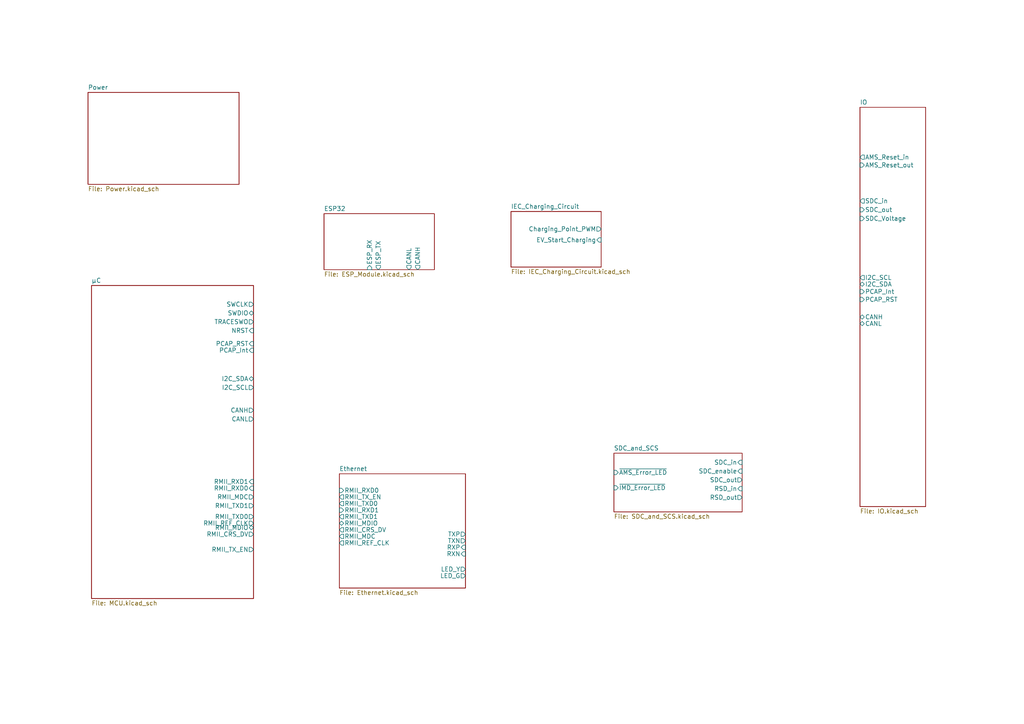
<source format=kicad_sch>
(kicad_sch
	(version 20231120)
	(generator "eeschema")
	(generator_version "8.0")
	(uuid "0dca9b66-f638-4727-874b-1b91b6921c17")
	(paper "A4")
	(lib_symbols)
	(text "TODO:\n1. Vref Spannung\n2. Vcap?\n3. Ferrite bead dimensionierung\n4. REFCLK0 pull-up?\n5. 5.6.3 ~{RST}\n\n"
		(exclude_from_sim no)
		(at 31.115 221.615 0)
		(effects
			(font
				(size 1.27 1.27)
			)
			(justify left)
		)
		(uuid "b77f9553-b64d-4a04-bcaa-eb156863248b")
	)
	(sheet
		(at 249.428 31.115)
		(size 19.05 115.824)
		(fields_autoplaced yes)
		(stroke
			(width 0.1524)
			(type solid)
		)
		(fill
			(color 0 0 0 0.0000)
		)
		(uuid "35945af5-62d5-4b67-8682-e26ecda022f1")
		(property "Sheetname" "IO"
			(at 249.428 30.4034 0)
			(effects
				(font
					(size 1.27 1.27)
				)
				(justify left bottom)
			)
		)
		(property "Sheetfile" "IO.kicad_sch"
			(at 249.428 147.5236 0)
			(effects
				(font
					(size 1.27 1.27)
				)
				(justify left top)
			)
		)
		(pin "PCAP_RST" input
			(at 249.428 86.868 180)
			(effects
				(font
					(size 1.27 1.27)
				)
				(justify left)
			)
			(uuid "285a40c3-e408-4240-9cb7-fa76b78529ff")
		)
		(pin "I2C_SDA" bidirectional
			(at 249.428 82.423 180)
			(effects
				(font
					(size 1.27 1.27)
				)
				(justify left)
			)
			(uuid "8ae7e967-0ba9-4c4d-a740-4b73545e3cf8")
		)
		(pin "PCAP_Int" input
			(at 249.428 84.582 180)
			(effects
				(font
					(size 1.27 1.27)
				)
				(justify left)
			)
			(uuid "36b2eaa0-f68e-48d2-bf45-f5b18143b330")
		)
		(pin "I2C_SCL" output
			(at 249.428 80.518 180)
			(effects
				(font
					(size 1.27 1.27)
				)
				(justify left)
			)
			(uuid "e65fda79-e6f0-49c5-af85-dd455e1dc676")
		)
		(pin "SDC_in" output
			(at 249.428 58.293 180)
			(effects
				(font
					(size 1.27 1.27)
				)
				(justify left)
			)
			(uuid "8a8d9f59-cbc1-493e-9b51-9709d995828b")
		)
		(pin "AMS_Reset_in" output
			(at 249.428 45.593 180)
			(effects
				(font
					(size 1.27 1.27)
				)
				(justify left)
			)
			(uuid "b5dd9d66-ce1b-47b0-b504-4f24a8b940bd")
		)
		(pin "SDC_Voltage" input
			(at 249.428 63.373 180)
			(effects
				(font
					(size 1.27 1.27)
				)
				(justify left)
			)
			(uuid "2f920b65-37c6-4c2e-90c5-7bfc6c4c0195")
		)
		(pin "SDC_out" input
			(at 249.428 60.833 180)
			(effects
				(font
					(size 1.27 1.27)
				)
				(justify left)
			)
			(uuid "b2793ef5-756d-4862-b35c-88b259ea8409")
		)
		(pin "CANH" bidirectional
			(at 249.428 91.948 180)
			(effects
				(font
					(size 1.27 1.27)
				)
				(justify left)
			)
			(uuid "497352e9-475a-4452-81a1-3ecc55f8eb8a")
		)
		(pin "CANL" bidirectional
			(at 249.428 93.853 180)
			(effects
				(font
					(size 1.27 1.27)
				)
				(justify left)
			)
			(uuid "3fa0b7a5-e8c5-437a-86dd-d34471656561")
		)
		(pin "AMS_Reset_out" input
			(at 249.428 47.879 180)
			(effects
				(font
					(size 1.27 1.27)
				)
				(justify left)
			)
			(uuid "9b896ec3-e44f-439a-aa3a-f290eb48b3b4")
		)
		(instances
			(project "FT25-Charger"
				(path "/0dca9b66-f638-4727-874b-1b91b6921c17"
					(page "8")
				)
			)
		)
	)
	(sheet
		(at 26.543 82.804)
		(size 46.99 90.805)
		(fields_autoplaced yes)
		(stroke
			(width 0.1524)
			(type solid)
		)
		(fill
			(color 0 0 0 0.0000)
		)
		(uuid "486f4a0e-b8d5-42cd-a726-c7aa5b0383fd")
		(property "Sheetname" "µC"
			(at 26.543 82.0924 0)
			(effects
				(font
					(size 1.27 1.27)
				)
				(justify left bottom)
			)
		)
		(property "Sheetfile" "MCU.kicad_sch"
			(at 26.543 174.1936 0)
			(effects
				(font
					(size 1.27 1.27)
				)
				(justify left top)
			)
		)
		(pin "SWCLK" output
			(at 73.533 88.265 0)
			(effects
				(font
					(size 1.27 1.27)
				)
				(justify right)
			)
			(uuid "d016d792-b866-4740-a4c6-684d3ba106ae")
		)
		(pin "SWDIO" bidirectional
			(at 73.533 90.805 0)
			(effects
				(font
					(size 1.27 1.27)
				)
				(justify right)
			)
			(uuid "bc166474-778f-4d1a-84a4-23412deaad8c")
		)
		(pin "TRACESWO" output
			(at 73.533 93.345 0)
			(effects
				(font
					(size 1.27 1.27)
				)
				(justify right)
			)
			(uuid "69718654-e0f6-479b-a589-eb2845905179")
		)
		(pin "NRST" input
			(at 73.533 95.885 0)
			(effects
				(font
					(size 1.27 1.27)
				)
				(justify right)
			)
			(uuid "e763e590-56d2-4853-aefe-be27c5931d88")
		)
		(pin "PCAP_RST" input
			(at 73.533 99.695 0)
			(effects
				(font
					(size 1.27 1.27)
				)
				(justify right)
			)
			(uuid "e3e18945-5024-4afa-9e6f-aa2e6a66cfd9")
		)
		(pin "PCAP_Int" input
			(at 73.533 101.6 0)
			(effects
				(font
					(size 1.27 1.27)
				)
				(justify right)
			)
			(uuid "4fa40e5f-480b-449b-b67c-c814866b6a63")
		)
		(pin "I2C_SDA" bidirectional
			(at 73.533 109.855 0)
			(effects
				(font
					(size 1.27 1.27)
				)
				(justify right)
			)
			(uuid "e72dd15b-1a85-403b-9f2d-6b78169f02bd")
		)
		(pin "I2C_SCL" output
			(at 73.533 112.395 0)
			(effects
				(font
					(size 1.27 1.27)
				)
				(justify right)
			)
			(uuid "84acc8e6-a619-4eb6-b8d4-92d3e65485a6")
		)
		(pin "CANH" output
			(at 73.533 118.999 0)
			(effects
				(font
					(size 1.27 1.27)
				)
				(justify right)
			)
			(uuid "ba745a4d-2cfb-45af-9f1b-6faa6f0aa196")
		)
		(pin "CANL" output
			(at 73.533 121.539 0)
			(effects
				(font
					(size 1.27 1.27)
				)
				(justify right)
			)
			(uuid "4e93f07a-4621-403e-b26f-1cdd4043fdb1")
		)
		(pin "RMII_RXD1" input
			(at 73.533 139.7 0)
			(effects
				(font
					(size 1.27 1.27)
				)
				(justify right)
			)
			(uuid "365bbc5d-dcf5-49bb-9fdf-595cf02cd99a")
		)
		(pin "RMII_RXD0" input
			(at 73.533 141.605 0)
			(effects
				(font
					(size 1.27 1.27)
				)
				(justify right)
			)
			(uuid "ae6b1704-6b56-4f50-8ae1-b44ca4ed67d5")
		)
		(pin "RMII_MDC" output
			(at 73.533 144.145 0)
			(effects
				(font
					(size 1.27 1.27)
				)
				(justify right)
			)
			(uuid "72c6720c-154c-40f7-92b0-297e6c5bc5b2")
		)
		(pin "RMII_TXD1" output
			(at 73.533 146.685 0)
			(effects
				(font
					(size 1.27 1.27)
				)
				(justify right)
			)
			(uuid "023867d0-9a4c-46b1-a9ed-37cd0acf0c7c")
		)
		(pin "RMII_TXD0" output
			(at 73.533 149.86 0)
			(effects
				(font
					(size 1.27 1.27)
				)
				(justify right)
			)
			(uuid "3b0e1a58-993e-4510-b21e-954cc0fc5ae8")
		)
		(pin "RMII_REF_CLK" output
			(at 73.533 151.765 0)
			(effects
				(font
					(size 1.27 1.27)
				)
				(justify right)
			)
			(uuid "964ed7d7-dec2-4064-8b85-6209ffe91194")
		)
		(pin "RMII_MDIO" bidirectional
			(at 73.533 153.035 0)
			(effects
				(font
					(size 1.27 1.27)
				)
				(justify right)
			)
			(uuid "22815dc9-009a-49e2-b426-d8b3451cb8c9")
		)
		(pin "RMII_CRS_DV" output
			(at 73.533 154.94 0)
			(effects
				(font
					(size 1.27 1.27)
				)
				(justify right)
			)
			(uuid "6e7cc9ba-57cf-4092-8acf-49829aa82697")
		)
		(pin "RMII_TX_EN" output
			(at 73.533 159.385 0)
			(effects
				(font
					(size 1.27 1.27)
				)
				(justify right)
			)
			(uuid "fa410713-043e-4c0f-a622-8ddb2bbe388b")
		)
		(instances
			(project "FT25-Charger"
				(path "/0dca9b66-f638-4727-874b-1b91b6921c17"
					(page "4")
				)
			)
		)
	)
	(sheet
		(at 98.425 137.414)
		(size 36.576 33.147)
		(fields_autoplaced yes)
		(stroke
			(width 0.1524)
			(type solid)
		)
		(fill
			(color 0 0 0 0.0000)
		)
		(uuid "5469580a-3180-4bfd-8660-e5a4628a92d9")
		(property "Sheetname" "Ethernet"
			(at 98.425 136.7024 0)
			(effects
				(font
					(size 1.27 1.27)
				)
				(justify left bottom)
			)
		)
		(property "Sheetfile" "Ethernet.kicad_sch"
			(at 98.425 171.1456 0)
			(effects
				(font
					(size 1.27 1.27)
				)
				(justify left top)
			)
		)
		(pin "TXP" output
			(at 135.001 154.94 0)
			(effects
				(font
					(size 1.27 1.27)
				)
				(justify right)
			)
			(uuid "2eb846da-def9-45c9-816e-2f08142f3c2c")
		)
		(pin "TXN" output
			(at 135.001 156.845 0)
			(effects
				(font
					(size 1.27 1.27)
				)
				(justify right)
			)
			(uuid "8dadbd18-07ea-4bad-abc8-7bb8b28110aa")
		)
		(pin "RXP" input
			(at 135.001 158.75 0)
			(effects
				(font
					(size 1.27 1.27)
				)
				(justify right)
			)
			(uuid "db3d2b7c-8b96-4475-92ac-a1b75aa4c6f2")
		)
		(pin "RXN" input
			(at 135.001 160.655 0)
			(effects
				(font
					(size 1.27 1.27)
				)
				(justify right)
			)
			(uuid "0a68a1d8-9e23-4f10-9340-038cc310e497")
		)
		(pin "LED_Y" output
			(at 135.001 165.1 0)
			(effects
				(font
					(size 1.27 1.27)
				)
				(justify right)
			)
			(uuid "57d5d9c7-cba4-4333-bfcc-a86d299fa204")
		)
		(pin "LED_G" output
			(at 135.001 167.005 0)
			(effects
				(font
					(size 1.27 1.27)
				)
				(justify right)
			)
			(uuid "3449ad36-157f-4542-b29a-e184fafb3b60")
		)
		(pin "RMII_RXD0" input
			(at 98.425 142.24 180)
			(effects
				(font
					(size 1.27 1.27)
				)
				(justify left)
			)
			(uuid "30053111-40d1-43d6-ab81-f50bd2d6381f")
		)
		(pin "RMII_TX_EN" output
			(at 98.425 144.145 180)
			(effects
				(font
					(size 1.27 1.27)
				)
				(justify left)
			)
			(uuid "d579dffa-cd30-45ae-b8f0-e58f51422e70")
		)
		(pin "RMII_TXD0" output
			(at 98.425 146.05 180)
			(effects
				(font
					(size 1.27 1.27)
				)
				(justify left)
			)
			(uuid "a2a439b5-7eba-4c4b-8c93-ede4b4635c18")
		)
		(pin "RMII_RXD1" input
			(at 98.425 147.955 180)
			(effects
				(font
					(size 1.27 1.27)
				)
				(justify left)
			)
			(uuid "4b79eaa7-6fc9-4a28-ba3e-87f6ed92a84f")
		)
		(pin "RMII_TXD1" output
			(at 98.425 149.86 180)
			(effects
				(font
					(size 1.27 1.27)
				)
				(justify left)
			)
			(uuid "a18f5d37-9821-4dfb-91b7-f9335279752c")
		)
		(pin "RMII_MDIO" bidirectional
			(at 98.425 151.765 180)
			(effects
				(font
					(size 1.27 1.27)
				)
				(justify left)
			)
			(uuid "2d1d777d-df51-4691-a77a-803b4e4fb080")
		)
		(pin "RMII_CRS_DV" output
			(at 98.425 153.67 180)
			(effects
				(font
					(size 1.27 1.27)
				)
				(justify left)
			)
			(uuid "0a1a00dd-e2be-4a01-aecf-f1a6bfbd6f0d")
		)
		(pin "RMII_MDC" output
			(at 98.425 155.575 180)
			(effects
				(font
					(size 1.27 1.27)
				)
				(justify left)
			)
			(uuid "06972c32-c53e-4a4a-8d44-5d29cf31de68")
		)
		(pin "RMII_REF_CLK" output
			(at 98.425 157.48 180)
			(effects
				(font
					(size 1.27 1.27)
				)
				(justify left)
			)
			(uuid "c14a2825-9543-4a75-ae4d-c7a317e94f2a")
		)
		(instances
			(project "FT25-Charger"
				(path "/0dca9b66-f638-4727-874b-1b91b6921c17"
					(page "4")
				)
			)
		)
	)
	(sheet
		(at 178.054 131.445)
		(size 37.211 17.018)
		(fields_autoplaced yes)
		(stroke
			(width 0.1524)
			(type solid)
		)
		(fill
			(color 0 0 0 0.0000)
		)
		(uuid "75c94037-2217-4879-97cf-1bc2976ef0dc")
		(property "Sheetname" "SDC_and_SCS"
			(at 178.054 130.7334 0)
			(effects
				(font
					(size 1.27 1.27)
				)
				(justify left bottom)
			)
		)
		(property "Sheetfile" "SDC_and_SCS.kicad_sch"
			(at 178.054 149.0476 0)
			(effects
				(font
					(size 1.27 1.27)
				)
				(justify left top)
			)
		)
		(property "Field2" ""
			(at 178.054 131.445 0)
			(effects
				(font
					(size 1.27 1.27)
				)
				(hide yes)
			)
		)
		(pin "SDC_in" input
			(at 215.265 134.112 0)
			(effects
				(font
					(size 1.27 1.27)
				)
				(justify right)
			)
			(uuid "04ebd55d-95c6-40a7-bd7e-7fdb889bd6b9")
		)
		(pin "SDC_enable" input
			(at 215.265 136.652 0)
			(effects
				(font
					(size 1.27 1.27)
				)
				(justify right)
			)
			(uuid "9b56bde4-dd6a-456b-9aab-d018fbc19af3")
		)
		(pin "SDC_out" output
			(at 215.265 139.192 0)
			(effects
				(font
					(size 1.27 1.27)
				)
				(justify right)
			)
			(uuid "182b54b5-1a18-485c-b783-1888c5c5a4bf")
		)
		(pin "RSD_in" input
			(at 215.265 141.732 0)
			(effects
				(font
					(size 1.27 1.27)
				)
				(justify right)
			)
			(uuid "5eaca506-60a5-43b2-9593-f944664f2aa8")
		)
		(pin "RSD_out" output
			(at 215.265 144.272 0)
			(effects
				(font
					(size 1.27 1.27)
				)
				(justify right)
			)
			(uuid "f33e1850-bf63-4f33-ad08-c7af751775ea")
		)
		(pin "~{IMD_Error_LED}" input
			(at 178.054 141.478 180)
			(effects
				(font
					(size 1.27 1.27)
				)
				(justify left)
			)
			(uuid "efb58820-83bc-424b-95f3-2fb058914d3e")
		)
		(pin "~{AMS_Error_LED}" input
			(at 178.054 137.033 180)
			(effects
				(font
					(size 1.27 1.27)
				)
				(justify left)
			)
			(uuid "a159e626-fcc3-4e1f-909e-a5917b863ccb")
		)
		(instances
			(project "FT25-Charger"
				(path "/0dca9b66-f638-4727-874b-1b91b6921c17"
					(page "7")
				)
			)
		)
	)
	(sheet
		(at 148.209 61.341)
		(size 26.162 16.129)
		(fields_autoplaced yes)
		(stroke
			(width 0.1524)
			(type solid)
		)
		(fill
			(color 0 0 0 0.0000)
		)
		(uuid "821f8254-7e97-454c-9aee-86b4ab099a85")
		(property "Sheetname" "IEC_Charging_Circuit"
			(at 148.209 60.6294 0)
			(effects
				(font
					(size 1.27 1.27)
				)
				(justify left bottom)
			)
		)
		(property "Sheetfile" "IEC_Charging_Circuit.kicad_sch"
			(at 148.209 78.0546 0)
			(effects
				(font
					(size 1.27 1.27)
				)
				(justify left top)
			)
		)
		(property "Field2" ""
			(at 148.209 61.341 0)
			(effects
				(font
					(size 1.27 1.27)
				)
				(hide yes)
			)
		)
		(pin "Charging_Point_PWM" output
			(at 174.371 66.421 0)
			(effects
				(font
					(size 1.27 1.27)
				)
				(justify right)
			)
			(uuid "2af6d41f-5d0e-41ad-99d0-1e60204cd27a")
		)
		(pin "EV_Start_Charging" input
			(at 174.371 69.596 0)
			(effects
				(font
					(size 1.27 1.27)
				)
				(justify right)
			)
			(uuid "b48fa48c-d674-409b-9ecd-d2e98dbc2adb")
		)
		(instances
			(project "FT25-Charger"
				(path "/0dca9b66-f638-4727-874b-1b91b6921c17"
					(page "6")
				)
			)
		)
	)
	(sheet
		(at 25.527 26.797)
		(size 43.815 26.67)
		(fields_autoplaced yes)
		(stroke
			(width 0.1524)
			(type solid)
		)
		(fill
			(color 0 0 0 0.0000)
		)
		(uuid "91c9895f-7dce-429f-866f-2980d966c967")
		(property "Sheetname" "Power"
			(at 25.527 26.0854 0)
			(effects
				(font
					(size 1.27 1.27)
				)
				(justify left bottom)
			)
		)
		(property "Sheetfile" "Power.kicad_sch"
			(at 25.527 54.0516 0)
			(effects
				(font
					(size 1.27 1.27)
				)
				(justify left top)
			)
		)
		(instances
			(project "FT25-Charger"
				(path "/0dca9b66-f638-4727-874b-1b91b6921c17"
					(page "3")
				)
			)
		)
	)
	(sheet
		(at 93.98 61.976)
		(size 32.004 16.256)
		(fields_autoplaced yes)
		(stroke
			(width 0.1524)
			(type solid)
		)
		(fill
			(color 0 0 0 0.0000)
		)
		(uuid "c4d631ad-6677-4138-8e7e-8c9c76fb1ebd")
		(property "Sheetname" "ESP32"
			(at 93.98 61.2644 0)
			(effects
				(font
					(size 1.27 1.27)
				)
				(justify left bottom)
			)
		)
		(property "Sheetfile" "ESP_Module.kicad_sch"
			(at 93.98 78.8166 0)
			(effects
				(font
					(size 1.27 1.27)
				)
				(justify left top)
			)
		)
		(pin "ESP_TX" output
			(at 109.728 78.232 270)
			(effects
				(font
					(size 1.27 1.27)
				)
				(justify left)
			)
			(uuid "7fbd5b97-3c57-4f35-a08b-fa0fd4301343")
		)
		(pin "ESP_RX" input
			(at 107.188 78.232 270)
			(effects
				(font
					(size 1.27 1.27)
				)
				(justify left)
			)
			(uuid "9800d61e-c74f-4c4b-a8da-dcc25c1504c4")
		)
		(pin "CANH" output
			(at 121.158 78.232 270)
			(effects
				(font
					(size 1.27 1.27)
				)
				(justify left)
			)
			(uuid "c17a5e96-74ab-4701-b728-fb8f375cb644")
		)
		(pin "CANL" output
			(at 118.618 78.232 270)
			(effects
				(font
					(size 1.27 1.27)
				)
				(justify left)
			)
			(uuid "2f54ea4a-87c0-47c9-b195-e0698b78fb4d")
		)
		(instances
			(project "FT25-Charger"
				(path "/0dca9b66-f638-4727-874b-1b91b6921c17"
					(page "5")
				)
			)
		)
	)
	(sheet_instances
		(path "/"
			(page "1")
		)
	)
)

</source>
